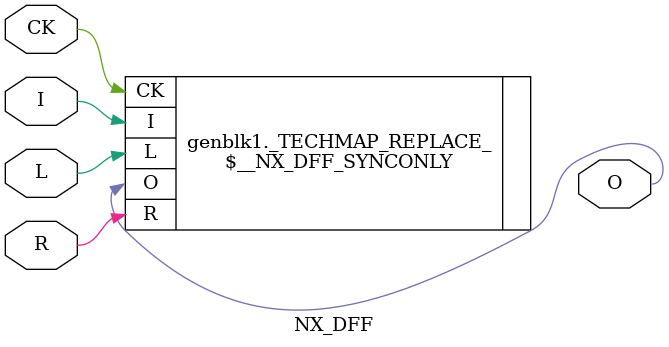
<source format=v>

module NX_DFF(input I, CK, L, R, output O);

parameter dff_ctxt = 1'bx;
parameter dff_edge = 1'b0;
parameter dff_init = 1'b0;
parameter dff_load = 1'b0;
parameter dff_sync = 1'b0;
parameter dff_type = 1'b0;

localparam RESETLESS = !dff_init;
localparam SYNC_RESET = dff_init && dff_sync;

if (RESETLESS || SYNC_RESET) begin
    $__NX_DFF_SYNCONLY #(.dff_ctxt(dff_ctxt), .dff_edge(dff_edge), .dff_init(dff_init), .dff_load(dff_load), .dff_type(dff_type)) _TECHMAP_REPLACE_ (.I(I), .CK(CK), .L(L), .R(R), .O(O));
end else
    wire _TECHMAP_FAIL_ = 1;

endmodule
</source>
